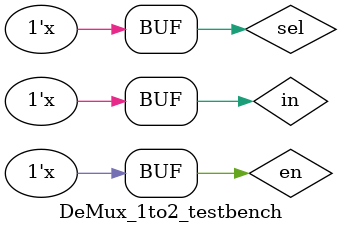
<source format=v>
`timescale 1ns / 1ps


module DeMux_1to2_testbench;

	// Inputs
	reg sel;
	reg in;
	reg en;

	// Outputs
	wire y1;
	wire y0;

	// Instantiate the Unit Under Test (UUT)
	DeMux_1to2 uut (
		.sel(sel), 
		.in(in), 
		.en(en), 
		.y1(y1), 
		.y0(y0)
	);

	initial begin
		// Initialize Inputs
		sel = 0;
		in = 0;
		en = 0;

		// Wait 100 ns for global reset to finish
		#100;
        
		// Add stimulus here

	end
     always
		begin
			in = ~in;
			#100;
		end
	always
		begin
			sel = ~sel;
			#200;
		end
	always
		begin
			en = ~en;
			#400;
		end
endmodule


</source>
